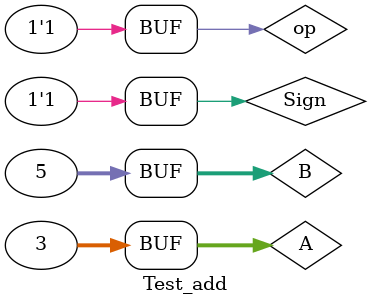
<source format=v>
module ALU_addsub(A,B,op,Sign,S,Z,V,N);
//op=ALUfun[0]				
input [31:0] A,B;
reg [31:0] BB;
input op,Sign;
output Z,V,N;
output [31:0]S;
reg [32:0] Sum;
wire  V_Sign;
always @(*) begin
  BB=B;
	if (Sign) begin
		if(op)
		begin
			BB=~B+1;
		end
	end
	Sum=A+BB;	
end
assign V_Sign = (A[31]==BB[31])?Sum[32]^Sum[31]:0;
assign V = (~Sign)?Sum[32]:V_Sign;	
assign S = Sum[31:0];
assign Z = ~(|S);
assign N = (Sign)?S[31]:0;
endmodule

module Test_add;
reg [31:0]A,B;
reg op,Sign;
initial 
begin
	A=32'd3;
	B=32'd5;
	Sign=1;
	op=1;
end
ALU_addsub ZY(A,B,op,Sign,S,Z,V,N);
endmodule




</source>
